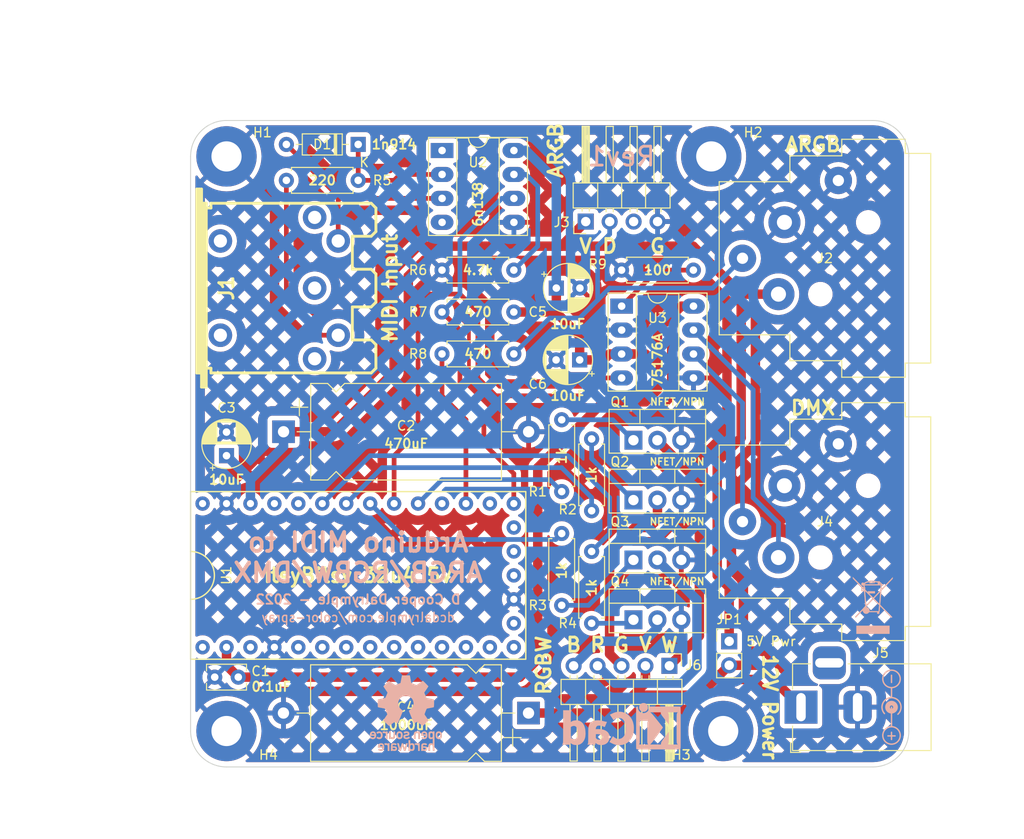
<source format=kicad_pcb>
(kicad_pcb (version 20211014) (generator pcbnew)
  (layers (0 "F.Cu" signal) (31 "B.Cu" signal) (34 "B.Paste" user) (35 "F.Paste" user) (36 "B.SilkS" user "B.Silkscreen") (37 "F.SilkS" user "F.Silkscreen") (38 "B.Mask" user) (39 "F.Mask" user) (44 "Edge.Cuts" user))
  (net 0 "")
  (net 1 "+5VD")
  (net 2 "GND")
  (net 3 "+5V")
  (net 4 "Net-(C4-Pad1)")
  (net 5 "Net-(U2-Pad2)")
  (net 6 "Net-(J1-Pad5)")
  (net 8 "Net-(J1-Pad4)")
  (net 11 "Net-(J2-Pad3)")
  (net 13 "Net-(J4-Pad2)")
  (net 14 "Net-(J4-Pad3)")
  (net 15 "Net-(J6-Pad3)")
  (net 16 "RGB_W")
  (net 17 "RGB_G")
  (net 18 "RGB_R")
  (net 19 "RGB_B")
  (net 20 "Net-(U2-Pad7)")
  (net 21 "MIDI_Rx")
  (net 22 "ARGB_D")
  (net 23 "Net-(U3-Pad1)")
  (net 41 "DMX_Tx")
  (net 47 "Net-(J6-Pad4)")
  (net 48 "Net-(J6-Pad5)")
  (net 49 "Net-(R1-Pad2)")
  (net 50 "Net-(R2-Pad2)")
  (net 51 "Net-(R3-Pad2)")
  (net 52 "Net-(R4-Pad2)")
  (net 53 "Net-(Q1-Pad2)")
  (footprint "Resistor_THT:R_Axial_DIN0207_L6.3mm_D2.5mm_P7.62mm_Horizontal" (layer "F.Cu") (at 144.79 80.635)
    (fp_text reference "R7" (at -2.54 0) (layer "F.SilkS"))
    (fp_text value "470")
    (pad "1" thru_hole circle (at 0 0) (size 1.6 1.6) (drill 0.8) (layers *.Cu *.Mask) (net 21 "MIDI_Rx"))
    (pad "2" thru_hole oval (at 7.62 0) (size 1.6 1.6) (drill 0.8) (layers *.Cu *.Mask) (net 1 "+5VD"))
  )
  (footprint "Resistor_THT:R_Axial_DIN0207_L6.3mm_D2.5mm_P7.62mm_Horizontal" (layer "F.Cu") (at 144.79 76.19)
    (fp_text reference "R6" (at -2.54 0) (layer "F.SilkS"))
    (fp_text value "4.7k")
    (pad "1" thru_hole circle (at 0 0) (size 1.6 1.6) (drill 0.8) (layers *.Cu *.Mask) (net 2 "GND"))
    (pad "2" thru_hole oval (at 7.62 0) (size 1.6 1.6) (drill 0.8) (layers *.Cu *.Mask) (net 20 "Net-(U2-Pad7)"))
  )
  (footprint "Connector_Audio:Jack_XLR_Neutrik_NC3FAAH2_Horizontal" (layer "F.Cu") (at 181.12 71.12)
    (fp_text reference "J2" (at 4.3 3.81) (layer "F.SilkS"))
    (fp_text value "ARGB_XLR3")
    (pad "" np_thru_hole circle (at 8.89 0) (size 1.6 1.6) (drill 1.6) (layers *.Cu *.Mask))
    (pad "" np_thru_hole circle (at 3.81 7.62) (size 1.6 1.6) (drill 1.6) (layers *.Cu *.Mask))
    (pad "1" thru_hole circle (at 0 0) (size 3.4 3.4) (drill 1.6) (layers *.Cu *.Mask) (net 2 "GND"))
    (pad "2" thru_hole circle (at -0.635 7.62) (size 3.4 3.4) (drill 1.6) (layers *.Cu *.Mask) (net 3 "+5V"))
    (pad "3" thru_hole circle (at -4.45 3.81) (size 2.9 2.9) (drill 1.2) (layers *.Cu *.Mask) (net 11 "Net-(J2-Pad3)"))
    (pad "G" thru_hole circle (at 5.72 -4.44) (size 2.9 2.9) (drill 1.2) (layers *.Cu *.Mask) (net 2 "GND"))
  )
  (footprint "Resistor_THT:R_Axial_DIN0207_L6.3mm_D2.5mm_P7.62mm_Horizontal" (layer "F.Cu") (at 157.49 99.685 90)
    (fp_text reference "R1" (at 0 -2.54 180) (layer "F.SilkS"))
    (fp_text value "1k")
    (pad "1" thru_hole circle (at 0 0 90) (size 1.6 1.6) (drill 0.8) (layers *.Cu *.Mask) (net 16 "RGB_W"))
    (pad "2" thru_hole oval (at 7.62 0 90) (size 1.6 1.6) (drill 0.8) (layers *.Cu *.Mask) (net 49 "Net-(R1-Pad2)"))
  )
  (footprint "Package_TO_SOT_THT:TO-220-3_Vertical" (layer "F.Cu") (at 165.1 106.934)
    (fp_text reference "Q3" (at -2.54 -4.064) (layer "F.SilkS") (effects (justify left)))
    (fp_text value "IRLB8721PBF")
    (pad "1" thru_hole rect (at 0 0) (size 1.905 2) (drill 1.1) (layers *.Cu *.Mask) (net 51 "Net-(R3-Pad2)"))
    (pad "2" thru_hole oval (at 2.54 0) (size 1.905 2) (drill 1.1) (layers *.Cu *.Mask) (net 47 "Net-(J6-Pad4)"))
    (pad "3" thru_hole oval (at 5.08 0) (size 1.905 2) (drill 1.1) (layers *.Cu *.Mask) (net 2 "GND"))
  )
  (footprint "Resistor_THT:R_Axial_DIN0207_L6.3mm_D2.5mm_P7.62mm_Horizontal" (layer "F.Cu") (at 160.665 101.717 90)
    (fp_text reference "R2" (at 0.127 -2.54 180) (layer "F.SilkS"))
    (fp_text value "1k")
    (pad "1" thru_hole circle (at 0 0 90) (size 1.6 1.6) (drill 0.8) (layers *.Cu *.Mask) (net 17 "RGB_G"))
    (pad "2" thru_hole oval (at 7.62 0 90) (size 1.6 1.6) (drill 0.8) (layers *.Cu *.Mask) (net 50 "Net-(R2-Pad2)"))
  )
  (footprint "Capacitor_THT:C_Rect_L4.0mm_W2.5mm_P2.50mm" (layer "F.Cu") (at 123.18 119.37 180)
    (fp_text reference "C1" (at -1.29 0.635) (layer "F.SilkS") (effects (justify left)))
    (fp_text value "0.1uF")
    (pad "1" thru_hole circle (at 0 0 180) (size 1.6 1.6) (drill 0.8) (layers *.Cu *.Mask) (net 1 "+5VD"))
    (pad "2" thru_hole circle (at 2.5 0 180) (size 1.6 1.6) (drill 0.8) (layers *.Cu *.Mask) (net 2 "GND"))
  )
  (footprint "MountingHole:MountingHole_3.2mm_M3_Pad" (layer "F.Cu") (at 174.625 125.085)
    (fp_text reference "H3" (at -4.445 2.54) (layer "F.SilkS"))
    (fp_text value "Mount")
    (pad "1" thru_hole circle (at 0 0) (size 6.4 6.4) (drill 3.2) (layers *.Cu *.Mask) (net 2 "GND"))
  )
  (footprint "MountingHole:MountingHole_3.2mm_M3_Pad" (layer "F.Cu") (at 121.93 64.125)
    (fp_text reference "H1" (at 3.81 -2.54) (layer "F.SilkS"))
    (fp_text value "Mount")
    (pad "1" thru_hole circle (at 0 0) (size 6.4 6.4) (drill 3.2) (layers *.Cu *.Mask) (net 2 "GND"))
  )
  (footprint "w_conn_av:din-5" (layer "F.Cu") (at 128.28 78.095 -90)
    (fp_text reference "J1" (at 0 6.35 90) (layer "F.SilkS") (effects (font (size 1.5 1.5) (thickness 0.3))))
    (fp_text value "MIDI Input" (at 0 -11 90) (layer "F.SilkS") (effects (font (size 1.5 1.5) (thickness 0.3))))
    (pad "1" thru_hole circle locked (at 7.5 -3 270) (size 2.5 2.5) (drill 1.4) (layers *.Cu *.Mask))
    (pad "2" thru_hole circle locked (at 0 -3 270) (size 2.5 2.5) (drill 1.4) (layers *.Cu *.Mask))
    (pad "3" thru_hole circle locked (at -7.5 -3 270) (size 2.5 2.5) (drill 1.4) (layers *.Cu *.Mask))
    (pad "4" thru_hole circle locked (at 5 -5.5 270) (size 2.5 2.5) (drill 1.4) (layers *.Cu *.Mask) (net 8 "Net-(J1-Pad4)"))
    (pad "5" thru_hole circle locked (at -5 -5.5 270) (size 2.5 2.5) (drill 1.4) (layers *.Cu *.Mask) (net 6 "Net-(J1-Pad5)"))
    (pad "6" thru_hole circle locked (at -5 7 270) (size 2.5 2.5) (drill 1.4) (layers *.Cu *.Mask))
    (pad "6" thru_hole circle locked (at 5 7 270) (size 2.5 2.5) (drill 1.4) (layers *.Cu *.Mask))
  )
  (footprint "Package_DIP:DIP-8_W7.62mm_Socket_LongPads" (layer "F.Cu") (at 163.85 80.01)
    (fp_text reference "U3" (at 3.8 1.26) (layer "F.SilkS"))
    (fp_text value "SN75176AP")
    (pad "1" thru_hole rect (at 0 0) (size 2.4 1.6) (drill 0.8) (layers *.Cu *.Mask) (net 23 "Net-(U3-Pad1)"))
    (pad "2" thru_hole oval (at 0 2.54) (size 2.4 1.6) (drill 0.8) (layers *.Cu *.Mask) (net 2 "GND"))
    (pad "3" thru_hole oval (at 0 5.08) (size 2.4 1.6) (drill 0.8) (layers *.Cu *.Mask) (net 1 "+5VD"))
    (pad "4" thru_hole oval (at 0 7.62) (size 2.4 1.6) (drill 0.8) (layers *.Cu *.Mask) (net 41 "DMX_Tx"))
    (pad "5" thru_hole oval (at 7.62 7.62) (size 2.4 1.6) (drill 0.8) (layers *.Cu *.Mask) (net 2 "GND"))
    (pad "6" thru_hole oval (at 7.62 5.08) (size 2.4 1.6) (drill 0.8) (layers *.Cu *.Mask) (net 14 "Net-(J4-Pad3)"))
    (pad "7" thru_hole oval (at 7.62 2.54) (size 2.4 1.6) (drill 0.8) (layers *.Cu *.Mask) (net 13 "Net-(J4-Pad2)"))
    (pad "8" thru_hole oval (at 7.62 0) (size 2.4 1.6) (drill 0.8) (layers *.Cu *.Mask) (net 1 "+5VD"))
  )
  (footprint "Resistor_THT:R_Axial_DIN0207_L6.3mm_D2.5mm_P7.62mm_Horizontal" (layer "F.Cu") (at 152.41 85.08 180)
    (fp_text reference "R8" (at 10.16 0) (layer "F.SilkS"))
    (fp_text value "470")
    (pad "1" thru_hole circle (at 0 0 180) (size 1.6 1.6) (drill 0.8) (layers *.Cu *.Mask) (net 11 "Net-(J2-Pad3)"))
    (pad "2" thru_hole oval (at 7.62 0 180) (size 1.6 1.6) (drill 0.8) (layers *.Cu *.Mask) (net 22 "ARGB_D"))
  )
  (footprint "Package_TO_SOT_THT:TO-220-3_Vertical" (layer "F.Cu") (at 165.1 100.584)
    (fp_text reference "Q2" (at -2.54 -4.064) (layer "F.SilkS") (effects (justify left)))
    (fp_text value "IRLB8721PBF")
    (pad "1" thru_hole rect (at 0 0) (size 1.905 2) (drill 1.1) (layers *.Cu *.Mask) (net 50 "Net-(R2-Pad2)"))
    (pad "2" thru_hole oval (at 2.54 0) (size 1.905 2) (drill 1.1) (layers *.Cu *.Mask) (net 15 "Net-(J6-Pad3)"))
    (pad "3" thru_hole oval (at 5.08 0) (size 1.905 2) (drill 1.1) (layers *.Cu *.Mask) (net 2 "GND"))
  )
  (footprint "MountingHole:MountingHole_3.2mm_M3_Pad" (layer "F.Cu") (at 173.355 64.125)
    (fp_text reference "H2" (at 4.445 -2.54) (layer "F.SilkS"))
    (fp_text value "Mount")
    (pad "1" thru_hole circle (at 0 0) (size 6.4 6.4) (drill 3.2) (layers *.Cu *.Mask) (net 2 "GND"))
  )
  (footprint "Connector_PinHeader_2.54mm:PinHeader_1x04_P2.54mm_Horizontal" (layer "F.Cu") (at 160.04 71.04 90)
    (fp_text reference "J3" (at -0.07 -2.55 180) (layer "F.SilkS"))
    (fp_text value "ARGB")
    (pad "1" thru_hole rect (at 0 0 90) (size 1.7 1.7) (drill 1) (layers *.Cu *.Mask) (net 3 "+5V"))
    (pad "2" thru_hole oval (at 0 2.54 90) (size 1.7 1.7) (drill 1) (layers *.Cu *.Mask) (net 11 "Net-(J2-Pad3)"))
    (pad "3" thru_hole oval (at 0 5.08 90) (size 1.7 1.7) (drill 1) (layers *.Cu *.Mask))
    (pad "4" thru_hole oval (at 0 7.62 90) (size 1.7 1.7) (drill 1) (layers *.Cu *.Mask) (net 2 "GND"))
  )
  (footprint "Package_DIP:DIP-8_W7.62mm_Socket_LongPads" (layer "F.Cu") (at 144.8 63.5)
    (fp_text reference "U2" (at 3.81 1.26) (layer "F.SilkS"))
    (fp_text value "6N138")
    (pad "1" thru_hole rect (at 0 0) (size 2.4 1.6) (drill 0.8) (layers *.Cu *.Mask))
    (pad "2" thru_hole oval (at 0 2.54) (size 2.4 1.6) (drill 0.8) (layers *.Cu *.Mask) (net 5 "Net-(U2-Pad2)"))
    (pad "3" thru_hole oval (at 0 5.08) (size 2.4 1.6) (drill 0.8) (layers *.Cu *.Mask) (net 6 "Net-(J1-Pad5)"))
    (pad "4" thru_hole oval (at 0 7.62) (size 2.4 1.6) (drill 0.8) (layers *.Cu *.Mask))
    (pad "5" thru_hole oval (at 7.62 7.62) (size 2.4 1.6) (drill 0.8) (layers *.Cu *.Mask) (net 2 "GND"))
    (pad "6" thru_hole oval (at 7.62 5.08) (size 2.4 1.6) (drill 0.8) (layers *.Cu *.Mask) (net 21 "MIDI_Rx"))
    (pad "7" thru_hole oval (at 7.62 2.54) (size 2.4 1.6) (drill 0.8) (layers *.Cu *.Mask) (net 20 "Net-(U2-Pad7)"))
    (pad "8" thru_hole oval (at 7.62 0) (size 2.4 1.6) (drill 0.8) (layers *.Cu *.Mask) (net 1 "+5VD"))
  )
  (footprint "Resistor_THT:R_Axial_DIN0207_L6.3mm_D2.5mm_P7.62mm_Horizontal" (layer "F.Cu") (at 160.665 106.035 -90)
    (fp_text reference "R4" (at 7.62 2.54 180) (layer "F.SilkS"))
    (fp_text value "1k")
    (pad "1" thru_hole circle (at 0 0 270) (size 1.6 1.6) (drill 0.8) (layers *.Cu *.Mask) (net 19 "RGB_B"))
    (pad "2" thru_hole oval (at 7.62 0 270) (size 1.6 1.6) (drill 0.8) (layers *.Cu *.Mask) (net 52 "Net-(R4-Pad2)"))
  )
  (footprint "Capacitor_THT:CP_Axial_L20.0mm_D10.0mm_P26.00mm_Horizontal" (layer "F.Cu") (at 153.97 123.18 180)
    (fp_text reference "C4" (at 13 0.635) (layer "F.SilkS"))
    (fp_text value "1000uF")
    (pad "1" thru_hole rect (at 0 0 180) (size 2.4 2.4) (drill 1.2) (layers *.Cu *.Mask) (net 4 "Net-(C4-Pad1)"))
    (pad "2" thru_hole oval (at 26 0 180) (size 2.4 2.4) (drill 1.2) (layers *.Cu *.Mask) (net 2 "GND"))
  )
  (footprint "Capacitor_THT:CP_Axial_L20.0mm_D10.0mm_P26.00mm_Horizontal" (layer "F.Cu") (at 127.98 93.335)
    (fp_text reference "C2" (at 13 -0.635) (layer "F.SilkS"))
    (fp_text value "470uF")
    (pad "1" thru_hole rect (at 0 0) (size 2.4 2.4) (drill 1.2) (layers *.Cu *.Mask) (net 3 "+5V"))
    (pad "2" thru_hole oval (at 26 0) (size 2.4 2.4) (drill 1.2) (layers *.Cu *.Mask) (net 2 "GND"))
  )
  (footprint "Diode_THT:D_DO-35_SOD27_P7.62mm_Horizontal" (layer "F.Cu") (at 135.9 62.855 180)
    (fp_text reference "D1" (at 3.81 0) (layer "F.SilkS"))
    (fp_text value "1N914")
    (fp_text user "K" (at -0.635 -1.905) (layer "F.SilkS"))
    (pad "1" thru_hole rect (at 0 0 180) (size 1.6 1.6) (drill 0.8) (layers *.Cu *.Mask) (net 5 "Net-(U2-Pad2)"))
    (pad "2" thru_hole oval (at 7.62 0 180) (size 1.6 1.6) (drill 0.8) (layers *.Cu *.Mask) (net 6 "Net-(J1-Pad5)"))
  )
  (footprint "Connector_PinHeader_2.54mm:PinHeader_1x05_P2.54mm_Horizontal" (layer "F.Cu") (at 168.915 118.17 -90)
    (fp_text reference "J6" (at -0.07 -2.545 180) (layer "F.SilkS"))
    (fp_text value "RGBW")
    (pad "1" thru_hole rect (at 0 0 270) (size 1.7 1.7) (drill 1) (layers *.Cu *.Mask) (net 53 "Net-(Q1-Pad2)"))
    (pad "2" thru_hole oval (at 0 2.54 270) (size 1.7 1.7) (drill 1) (layers *.Cu *.Mask) (net 4 "Net-(C4-Pad1)"))
    (pad "3" thru_hole oval (at 0 5.08 270) (size 1.7 1.7) (drill 1) (layers *.Cu *.Mask) (net 15 "Net-(J6-Pad3)"))
    (pad "4" thru_hole oval (at 0 7.62 270) (size 1.7 1.7) (drill 1) (layers *.Cu *.Mask) (net 47 "Net-(J6-Pad4)"))
    (pad "5" thru_hole oval (at 0 10.16 270) (size 1.7 1.7) (drill 1) (layers *.Cu *.Mask) (net 48 "Net-(J6-Pad5)"))
  )
  (footprint "Connector_PinHeader_2.54mm:PinHeader_1x02_P2.54mm_Vertical" (layer "F.Cu") (at 175.26 115.57)
    (fp_text reference "JP1" (at 0 -2.33) (layer "F.SilkS"))
    (fp_text value "Jumper_2_Open")
    (pad "1" thru_hole rect (at 0 0) (size 1.7 1.7) (drill 1) (layers *.Cu *.Mask) (net 3 "+5V"))
    (pad "2" thru_hole oval (at 0 2.54) (size 1.7 1.7) (drill 1) (layers *.Cu *.Mask) (net 4 "Net-(C4-Pad1)"))
  )
  (footprint "Resistor_THT:R_Axial_DIN0207_L6.3mm_D2.5mm_P7.62mm_Horizontal" (layer "F.Cu") (at 163.84 76.19)
    (fp_text reference "R9" (at -2.54 -0.635) (layer "F.SilkS"))
    (fp_text value "100")
    (pad "1" thru_hole circle (at 0 0) (size 1.6 1.6) (drill 0.8) (layers *.Cu *.Mask) (net 2 "GND"))
    (pad "2" thru_hole oval (at 7.62 0) (size 1.6 1.6) (drill 0.8) (layers *.Cu *.Mask) (net 23 "Net-(U3-Pad1)"))
  )
  (footprint "Connector_Audio:Jack_XLR_Neutrik_NC3FAAH2_Horizontal" (layer "F.Cu") (at 181.12 99.06)
    (fp_text reference "J4" (at 4.3 3.81) (layer "F.SilkS"))
    (fp_text value "DMX_XLR3")
    (pad "" np_thru_hole circle (at 8.89 0) (size 1.6 1.6) (drill 1.6) (layers *.Cu *.Mask))
    (pad "" np_thru_hole circle (at 3.81 7.62) (size 1.6 1.6) (drill 1.6) (layers *.Cu *.Mask))
    (pad "1" thru_hole circle (at 0 0) (size 3.4 3.4) (drill 1.6) (layers *.Cu *.Mask) (net 2 "GND"))
    (pad "2" thru_hole circle (at -0.635 7.62) (size 3.4 3.4) (drill 1.6) (layers *.Cu *.Mask) (net 13 "Net-(J4-Pad2)"))
    (pad "3" thru_hole circle (at -4.45 3.81) (size 2.9 2.9) (drill 1.2) (layers *.Cu *.Mask) (net 14 "Net-(J4-Pad3)"))
    (pad "G" thru_hole circle (at 5.72 -4.44) (size 2.9 2.9) (drill 1.2) (layers *.Cu *.Mask) (net 2 "GND"))
  )
  (footprint "Connector_BarrelJack:BarrelJack_Horizontal" (layer "F.Cu") (at 182.88 122.555 180)
    (fp_text reference "J5" (at -8.45 5.75) (layer "F.SilkS"))
    (fp_text value "External RGBW Power")
    (pad "1" thru_hole rect (at 0 0 180) (size 3.5 3.5) (drill oval 1 3) (layers *.Cu *.Mask) (net 4 "Net-(C4-Pad1)"))
    (pad "2" thru_hole roundrect (at -6 0 180) (size 3 3.5) (drill oval 1 3) (layers *.Cu *.Mask) (net 2 "GND"))
    (pad "3" thru_hole roundrect (at -3 4.7 180) (size 3.5 3.5) (drill oval 3 1) (layers *.Cu *.Mask))
  )
  (footprint "Capacitor_THT:CP_Radial_D5.0mm_P2.50mm" (layer "F.Cu") (at 121.93 95.875 90)
    (fp_text reference "C3" (at 5.08 0 180) (layer "F.SilkS"))
    (fp_text value "10uF")
    (pad "1" thru_hole rect (at 0 0 90) (size 1.6 1.6) (drill 0.8) (layers *.Cu *.Mask) (net 3 "+5V"))
    (pad "2" thru_hole circle (at 2.5 0 90) (size 1.6 1.6) (drill 0.8) (layers *.Cu *.Mask) (net 2 "GND"))
  )
  (footprint "MountingHole:MountingHole_3.2mm_M3_Pad" (layer "F.Cu") (at 121.93 125.085)
    (fp_text reference "H4" (at 4.445 2.54) (layer "F.SilkS"))
    (fp_text value "Mount")
    (pad "1" thru_hole circle (at 0 0) (size 6.4 6.4) (drill 3.2) (layers *.Cu *.Mask) (net 2 "GND"))
  )
  (footprint "Capacitor_THT:CP_Radial_D5.0mm_P2.50mm" (layer "F.Cu") (at 159.395 85.715 180)
    (fp_text reference "C6" (at 4.445 -2.54) (layer "F.SilkS"))
    (fp_text value "10uF")
    (pad "1" thru_hole rect (at 0 0 180) (size 1.6 1.6) (drill 0.8) (layers *.Cu *.Mask) (net 1 "+5VD"))
    (pad "2" thru_hole circle (at 2.5 0 180) (size 1.6 1.6) (drill 0.8) (layers *.Cu *.Mask) (net 2 "GND"))
  )
  (footprint "Resistor_THT:R_Axial_DIN0207_L6.3mm_D2.5mm_P7.62mm_Horizontal" (layer "F.Cu") (at 157.49 104.13 -90)
    (fp_text reference "R3" (at 7.62 2.54 180) (layer "F.SilkS"))
    (fp_text value "1k")
    (pad "1" thru_hole circle (at 0 0 270) (size 1.6 1.6) (drill 0.8) (layers *.Cu *.Mask) (net 18 "RGB_R"))
    (pad "2" thru_hole oval (at 7.62 0 270) (size 1.6 1.6) (drill 0.8) (layers *.Cu *.Mask) (net 51 "Net-(R3-Pad2)"))
  )
  (footprint "Package_TO_SOT_THT:TO-220-3_Vertical" (layer "F.Cu") (at 165.1 113.284)
    (fp_text reference "Q4" (at -2.54 -4.064) (layer "F.SilkS") (effects (justify left)))
    (fp_text value "IRLB8721PBF")
    (pad "1" thru_hole rect (at 0 0) (size 1.905 2) (drill 1.1) (layers *.Cu *.Mask) (net 52 "Net-(R4-Pad2)"))
    (pad "2" thru_hole oval (at 2.54 0) (size 1.905 2) (drill 1.1) (layers *.Cu *.Mask) (net 48 "Net-(J6-Pad5)"))
    (pad "3" thru_hole oval (at 5.08 0) (size 1.905 2) (drill 1.1) (layers *.Cu *.Mask) (net 2 "GND"))
  )
  (footprint "Capacitor_THT:CP_Radial_D5.0mm_P2.50mm" (layer "F.Cu") (at 156.919887 78.095)
    (fp_text reference "C5" (at -1.969887 2.54) (layer "F.SilkS"))
    (fp_text value "10uF")
    (pad "1" thru_hole rect (at 0 0) (size 1.6 1.6) (drill 0.8) (layers *.Cu *.Mask) (net 1 "+5VD"))
    (pad "2" thru_hole circle (at 2.5 0) (size 1.6 1.6) (drill 0.8) (layers *.Cu *.Mask) (net 2 "GND"))
  )
  (footprint "Package_TO_SOT_THT:TO-220-3_Vertical" (layer "F.Cu") (at 165.1 94.234)
    (fp_text reference "Q1" (at -2.54 -4.064) (layer "F.SilkS") (effects (justify left)))
    (fp_text value "IRLB8721PBF")
    (pad "1" thru_hole rect (at 0 0) (size 1.905 2) (drill 1.1) (layers *.Cu *.Mask) (net 49 "Net-(R1-Pad2)"))
    (pad "2" thru_hole oval (at 2.54 0) (size 1.905 2) (drill 1.1) (layers *.Cu *.Mask) (net 53 "Net-(Q1-Pad2)"))
    (pad "3" thru_hole oval (at 5.08 0) (size 1.905 2) (drill 1.1) (layers *.Cu *.Mask) (net 2 "GND"))
  )
  (footprint "Resistor_THT:R_Axial_DIN0207_L6.3mm_D2.5mm_P7.62mm_Horizontal" (layer "F.Cu") (at 128.28 66.665)
    (fp_text reference "R5" (at 10.16 0) (layer "F.SilkS"))
    (fp_text value "220")
    (pad "1" thru_hole circle (at 0 0) (size 1.6 1.6) (drill 0.8) (layers *.Cu *.Mask) (net 8 "Net-(J1-Pad4)"))
    (pad "2" thru_hole oval (at 7.62 0) (size 1.6 1.6) (drill 0.8) (layers *.Cu *.Mask) (net 5 "Net-(U2-Pad2)"))
  )
  (footprint "itsybitsy-32u4-5v:ItsyBitsy_32u4" (layer "F.Cu") (at 135.9 108.575)
    (fp_text reference "U1" (at -13.97 0 90 unlocked) (layer "F.SilkS"))
    (fp_text value "ItsyBitsy-32u4-5V")
    (pad "1" thru_hole circle (at -16.51 7.62) (size 1.524 1.524) (drill 0.762) (layers *.Cu *.Mask))
    (pad "2" thru_hole circle (at -13.97 7.62) (size 1.524 1.524) (drill 0.762) (layers *.Cu *.Mask) (net 1 "+5VD"))
    (pad "3" thru_hole circle (at -11.43 7.62) (size 1.524 1.524) (drill 0.762) (layers *.Cu *.Mask))
    (pad "4" thru_hole circle (at -8.89 7.62) (size 1.524 1.524) (drill 0.762) (layers *.Cu *.Mask) (net 2 "GND"))
    (pad "5" thru_hole circle (at -6.35 7.62) (size 1.524 1.524) (drill 0.762) (layers *.Cu *.Mask))
    (pad "6" thru_hole circle (at -3.81 7.62) (size 1.524 1.524) (drill 0.762) (layers *.Cu *.Mask))
    (pad "7" thru_hole circle (at -1.27 7.62) (size 1.524 1.524) (drill 0.762) (layers *.Cu *.Mask))
    (pad "8" thru_hole circle (at 1.27 7.62) (size 1.524 1.524) (drill 0.762) (layers *.Cu *.Mask))
    (pad "9" thru_hole circle (at 3.81 7.62) (size 1.524 1.524) (drill 0.762) (layers *.Cu *.Mask))
    (pad "10" thru_hole circle (at 6.35 7.62) (size 1.524 1.524) (drill 0.762) (layers *.Cu *.Mask))
    (pad "11" thru_hole circle (at 8.89 7.62) (size 1.524 1.524) (drill 0.762) (layers *.Cu *.Mask))
    (pad "12" thru_hole circle (at 11.43 7.62) (size 1.524 1.524) (drill 0.762) (layers *.Cu *.Mask))
    (pad "13" thru_hole circle (at 13.97 7.62) (size 1.524 1.524) (drill 0.762) (layers *.Cu *.Mask))
    (pad "14" thru_hole circle (at 16.51 7.62) (size 1.524 1.524) (drill 0.762) (layers *.Cu *.Mask))
    (pad "15" thru_hole circle (at 16.51 5.08) (size 1.524 1.524) (drill 0.762) (layers *.Cu *.Mask))
    (pad "16" thru_hole circle (at 16.51 2.54) (size 1.524 1.524) (drill 0.762) (layers *.Cu *.Mask) (net 2 "GND"))
    (pad "17" thru_hole circle (at 16.51 0) (size 1.524 1.524) (drill 0.762) (layers *.Cu *.Mask))
    (pad "18" thru_hole circle (at 16.51 -2.54) (size 1.524 1.524) (drill 0.762) (layers *.Cu *.Mask))
    (pad "19" thru_hole circle (at 16.51 -5.08) (size 1.524 1.524) (drill 0.762) (layers *.Cu *.Mask))
    (pad "20" thru_hole circle (at 16.51 -7.62) (size 1.524 1.524) (drill 0.762) (layers *.Cu *.Mask) (net 21 "MIDI_Rx"))
    (pad "21" thru_hole circle (at 13.97 -7.62) (size 1.524 1.524) (drill 0.762) (layers *.Cu *.Mask))
    (pad "22" thru_hole circle (at 11.43 -7.62) (size 1.524 1.524) (drill 0.762) (layers *.Cu *.Mask) (net 22 "ARGB_D"))
    (pad "23" thru_hole circle (at 8.89 -7.62) (size 1.524 1.524) (drill 0.762) (layers *.Cu *.Mask))
    (pad "24" thru_hole circle (at 6.35 -7.62) (size 1.524 1.524) (drill 0.762) (layers *.Cu *.Mask) (net 16 "RGB_W"))
    (pad "25" thru_hole circle (at 3.81 -7.62) (size 1.524 1.524) (drill 0.762) (layers *.Cu *.Mask) (net 41 "DMX_Tx"))
    (pad "26" thru_hole circle (at 1.27 -7.62) (size 1.524 1.524) (drill 0.762) (layers *.Cu *.Mask) (net 18 "RGB_R"))
    (pad "27" thru_hole circle (at -1.27 -7.62) (size 1.524 1.524) (drill 0.762) (layers *.Cu *.Mask) (net 17 "RGB_G"))
    (pad "28" thru_hole circle (at -3.81 -7.62) (size 1.524 1.524) (drill 0.762) (layers *.Cu *.Mask) (net 19 "RGB_B"))
    (pad "29" thru_hole circle (at -6.35 -7.62) (size 1.524 1.524) (drill 0.762) (layers *.Cu *.Mask))
    (pad "30" thru_hole circle (at -8.89 -7.62) (size 1.524 1.524) (drill 0.762) (layers *.Cu *.Mask))
    (pad "31" thru_hole circle (at -11.43 -7.62) (size 1.524 1.524) (drill 0.762) (layers *.Cu *.Mask) (net 3 "+5V"))
    (pad "32" thru_hole circle (at -13.97 -7.62) (size 1.524 1.524) (drill 0.762) (layers *.Cu *.Mask) (net 2 "GND"))
    (pad "33" thru_hole circle (at -16.51 -7.62) (size 1.524 1.524) (drill 0.762) (layers *.Cu *.Mask))
  )
  (footprint "Symbol:WEEE-Logo_4.2x6mm_SilkScreen" (layer "B.Cu") (at 190.5 111.76 180)
    (fp_text reference "REF**" hide)
    (fp_text value "WEEE-Logo_4.2x6mm_SilkScreen" hide)
  )
  (footprint "Symbol:Symbol_Barrel_Polarity" (layer "B.Cu") (at 192.405 122.555 -90)
    (fp_text reference "REF**" hide)
    (fp_text value "Symbol_Barrel_Polarity")
  )
  (footprint "Symbol:KiCad-Logo_5mm_SilkScreen" (layer "B.Cu") (at 163.83 125.095 180)
    (fp_text reference "REF**" hide)
    (fp_text value "KiCad-Logo_5mm_SilkScreen" hide)
  )
  (footprint "Symbol:OSHW-Logo_7.5x8mm_SilkScreen" (layer "B.Cu") (at 140.97 123.19 180)
    (fp_text reference "REF**" hide)
    (fp_text value "OSHW-Logo_7.5x8mm_SilkScreen" hide)
  )
  (gr_line (start 118.12 64.125) (end 118.12 125.085) (layer "Edge.Cuts") (width 0.1))
  (gr_arc (start 194.32 125.085) (mid 193.204077 127.779077) (end 190.51 128.895) (layer "Edge.Cuts") (width 0.1))
  (gr_arc (start 121.93 128.895) (mid 119.235923 127.779077) (end 118.12 125.085) (layer "Edge.Cuts") (width 0.1))
  (gr_arc (start 118.12 64.125) (mid 119.235923 61.430923) (end 121.93 60.315) (layer "Edge.Cuts") (width 0.1))
  (gr_line (start 121.93 128.895) (end 190.51 128.895) (layer "Edge.Cuts") (width 0.1))
  (gr_line (start 194.31 125.085) (end 194.31 64.125) (layer "Edge.Cuts") (width 0.1))
  (gr_line (start 190.51 60.315) (end 121.93 60.315) (layer "Edge.Cuts") (width 0.1))
  (gr_arc (start 190.51 60.315) (mid 193.204077 61.430923) (end 194.32 64.125) (layer "Edge.Cuts") (width 0.1))
  (gr_text "-" (at 192.405 119.555 90) (layer "B.SilkS") (effects (font (size 1 1)) (justify mirror)))
  (gr_text "Arduino MIDI to\nARGB/RGBW/DMX" (at 135.89 106.68) (layer "B.SilkS") (effects (font (size 2 2) (thickness 0.4)) (justify mirror)))
  (gr_text "D Cooper Dalrymple - 2022" (at 135.89 111.125) (layer "B.SilkS") (effects (font (size 1 1) (thickness 0.2)) (justify mirror)))
  (gr_text "+" (at 192.405 125.603 90) (layer "B.SilkS") (effects (font (size 1 1)) (justify mirror)))
  (gr_text "dcdalrymple.com/color-spray" (at 135.89 113.03) (layer "B.SilkS") (effects (font (size 1 0.9)) (justify mirror)))
  (gr_text "Rev1" (at 163.83 64.135) (layer "B.SilkS") (effects (font (size 2 2) (thickness 0.3)) (justify mirror)))
  (gr_text "1k" (at 157.49 95.875 90) (layer "F.SilkS") (effects (font (size 1 1) (thickness 0.2))))
  (gr_text "R" (at 161.3 115.941) (layer "F.SilkS") (effects (font (size 1.5 1.5) (thickness 0.3))))
  (gr_text "1n914" (at 139.71 62.855) (layer "F.SilkS") (effects (font (size 1 1) (thickness 0.2))))
  (gr_text "B" (at 158.76 115.941) (layer "F.SilkS") (effects (font (size 1.5 1.5) (thickness 0.3))))
  (gr_text "V" (at 160.03 73.65) (layer "F.SilkS") (effects (font (size 1.5 1.5) (thickness 0.3))))
  (gr_text "0.1uF" (at 124.47 120.3875) (layer "F.SilkS") (effects (font (size 1 1) (thickness 0.2)) (justify left)))
  (gr_text "1k" (at 160.665 109.845 90) (layer "F.SilkS") (effects (font (size 1 1) (thickness 0.2))))
  (gr_text "ARGB" (at 156.845 63.5 90) (layer "F.SilkS") (effects (font (size 1.5 1.5) (thickness 0.3))))
  (gr_text "ItsyBitsy 32u4 5V" (at 135.9 108.575) (layer "F.SilkS") (effects (font (size 1.5 1.5) (thickness 0.3))))
  (gr_text "ARGB" (at 184.15 62.865) (layer "F.SilkS") (effects (font (size 1.5 1.5) (thickness 0.3))))
  (gr_text "10uF" (at 158.125 81.905) (layer "F.SilkS") (effects (font (size 1 1) (thickness 0.2))))
  (gr_text "10uF" (at 158.145 89.525) (layer "F.SilkS") (effects (font (size 1 1) (thickness 0.2))))
  (gr_text "470" (at 148.607588 80.627151) (layer "F.SilkS") (effects (font (size 1 1) (thickness 0.2))))
  (gr_text "1k" (at 157.49 108.067 90) (layer "F.SilkS") (effects (font (size 1 1) (thickness 0.2))))
  (gr_text "DMX" (at 184.15 90.805) (layer "F.SilkS") (effects (font (size 1.5 1.5) (thickness 0.3))))
  (gr_text "5V Pwr" (at 179.705 115.57) (layer "F.SilkS") (effects (font (size 1 1))))
  (gr_text "D" (at 162.57 73.65) (layer "F.SilkS") (effects (font (size 1.5 1.5) (thickness 0.3))))
  (gr_text "W" (at 168.92 115.941) (layer "F.SilkS") (effects (font (size 1.5 1.5) (thickness 0.3))))
  (gr_text "6n138" (at 148.6 69.205 90) (layer "F.SilkS") (effects (font (size 1 1) (thickness 0.2))))
  (gr_text "100" (at 167.65 76.19) (layer "F.SilkS") (effects (font (size 1 1) (thickness 0.2))))
  (gr_text "470" (at 148.6 85.08) (layer "F.SilkS") (effects (font (size 1 1) (thickness 0.2))))
  (gr_text "RGBW" (at 155.575 118.11 90) (layer "F.SilkS") (effects (font (size 1.5 1.5) (thickness 0.3))))
  (gr_text "G" (at 163.84 115.941) (layer "F.SilkS") (effects (font (size 1.5 1.5) (thickness 0.3))))
  (gr_text "1000uF" (at 140.98 124.45) (layer "F.SilkS") (effects (font (size 1 1) (thickness 0.2))))
  (gr_text "75176A" (at 167.65 85.715 90) (layer "F.SilkS") (effects (font (size 1 1) (thickness 0.2))))
  (gr_text "10uF" (at 121.93 98.415) (layer "F.SilkS") (effects (font (size 1 1) (thickness 0.2))))
  (gr_text "470uF" (at 140.98 94.605) (layer "F.SilkS") (effects (font (size 1 1) (thickness 0.2))))
  (gr_text "220" (at 132.09 66.665) (layer "F.SilkS") (effects (font (size 1 1) (thickness 0.2))))
  (gr_text "V" (at 166.38 115.941) (layer "F.SilkS") (effects (font (size 1.5 1.5) (thickness 0.3))))
  (gr_text "4.7k" (at 148.6 76.19) (layer "F.SilkS") (effects (font (size 1 1) (thickness 0.2))))
  (gr_text "NFET/NPN" (at 172.72 109.22) (layer "F.SilkS") (effects (font (size 0.75 0.75)) (justify right)))
  (gr_text "NFET/NPN" (at 172.77 90.16) (layer "F.SilkS") (effects (font (size 0.75 0.75)) (justify right)))
  (gr_text "G" (at 167.65 73.65) (layer "F.SilkS") (effects (font (size 1.5 1.5) (thickness 0.3))))
  (gr_text "NFET/NPN" (at 172.72 96.52) (layer "F.SilkS") (effects (font (size 0.75 0.75)) (justify right)))
  (gr_text "NFET/NPN" (at 172.72 102.87) (layer "F.SilkS") (effects (font (size 0.75 0.75)) (justify right)))
  (gr_text "1k" (at 160.665 97.907 90) (layer "F.SilkS") (effects (font (size 1 1) (thickness 0.2))))
  (gr_text "12V Power" (at 179.578 122.555 270) (layer "F.SilkS") (effects (font (size 1.5 1.4) (thickness 0.3))))
  (segment (start 152.42 63.5) (end 152.43 63.49) (width 1) (layer "F.Cu") (net 1))
  (segment (start 167.65 86.35) (end 166.39 85.09) (width 1) (layer "F.Cu") (net 1))
  (segment (start 167.65 88.89) (end 167.65 86.35) (width 1) (layer "F.Cu") (net 1))
  (segment (start 163.85 85.09) (end 162.56 85.09) (width 1) (layer "F.Cu") (net 1))
  (segment (start 167.65 82.54) (end 170.18 80.01) (width 1) (layer "F.Cu") (net 1))
  (segment (start 156.855 80.635) (end 156.919887 80.699887) (width 1) (layer "F.Cu") (net 1))
  (segment (start 161.935 90.16) (end 166.38 90.16) (width 1) (layer "F.Cu") (net 1))
  (segment (start 159.395 83.175) (end 156.919887 80.699887) (width 1) (layer "F.Cu") (net 1))
  (segment (start 167.65 86.35) (end 167.65 82.54) (width 1) (layer "F.Cu") (net 1))
  (segment (start 162.56 85.09) (end 161.935 85.715) (width 1) (layer "F.Cu") (net 1))
  (segment (start 153.045 119.37) (end 154.95 117.465) (width 1) (layer "F.Cu") (net 1))
  (segment (start 159.395 85.715) (end 159.395 83.175) (width 1) (layer "F.Cu") (net 1))
  (segment (start 166.38 90.16) (end 167.65 88.89) (width 1) (layer "F.Cu") (net 1))
  (segment (start 170.18 80.01) (end 171.47 80.01) (width 1) (layer "F.Cu") (net 1))
  (segment (start 121.93 118.12) (end 123.18 119.37) (width 1) (layer "F.Cu") (net 1))
  (segment (start 152.41 80.635) (end 156.855 80.635) (width 1) (layer "F.Cu") (net 1))
  (segment (start 154.95 97.145) (end 161.935 90.16) (width 1) (layer "F.Cu") (net 1))
  (segment (start 163.85 85.09) (end 165.1 85.09) (width 1) (layer "F.Cu") (net 1))
  (segment (start 166.39 85.09) (end 163.85 85.09) (width 1) (layer "F.Cu") (net 1))
  (segment (start 123.18 119.37) (end 153.045 119.37) (width 1) (layer "F.Cu") (net 1))
  (segment (start 121.93 116.195) (end 121.93 118.12) (width 1) (layer "F.Cu") (net 1))
  (segment (start 156.919887 80.699887) (end 156.919887 78.095) (width 1) (layer "F.Cu") (net 1))
  (segment (start 161.935 85.715) (end 159.395 85.715) (width 1) (layer "F.Cu") (net 1))
  (segment (start 154.95 117.465) (end 154.95 97.145) (width 1) (layer "F.Cu") (net 1))
  (segment (start 152.83 63.49) (end 153.68 63.49) (width 1) (layer "B.Cu") (net 1))
  (segment (start 152.82 63.5) (end 152.83 63.49) (width 1) (layer "B.Cu") (net 1))
  (segment (start 152.42 63.5) (end 152.82 63.5) (width 1) (layer "B.Cu") (net 1))
  (segment (start 156.919887 66.729887) (end 156.919887 78.095) (width 1) (layer "B.Cu") (net 1))
  (segment (start 153.68 63.49) (end 156.919887 66.729887) (width 1) (layer "B.Cu") (net 1))
  (segment (start 173.06073 125.735) (end 173.04573 125.72) (width 1) (layer "F.Cu") (net 2))
  (segment (start 173.04573 125.72) (end 172.095 125.72) (width 1) (layer "F.Cu") (net 2))
  (segment (start 174 125.735) (end 173.06073 125.735) (width 1) (layer "F.Cu") (net 2))
  (segment (start 139.71 76.19) (end 142.25 73.65) (width 1) (layer "F.Cu") (net 3))
  (segment (start 127.98 93.335) (end 133.36 93.335) (width 1) (layer "F.Cu") (net 3))
  (segment (start 157.43 73.65) (end 160.04 71.04) (width 1) (layer "F.Cu") (net 3))
  (segment (start 139.71 86.985) (end 139.71 76.19) (width 1) (layer "F.Cu") (net 3))
  (segment (start 173.99 96.52) (end 173.99 108.585) (width 1) (layer "F.Cu") (net 3))
  (segment (start 142.25 73.65) (end 156.855 73.65) (width 1) (layer "F.Cu") (net 3))
  (segment (start 133.36 93.335) (end 139.71 86.985) (width 1) (layer "F.Cu") (net 3))
  (segment (start 175.26 109.855) (end 175.26 115.57) (width 1) (layer "F.Cu") (net 3))
  (segment (start 176.53 93.98) (end 173.99 96.52) (width 1) (layer "F.Cu") (net 3))
  (segment (start 157.43 73.65) (end 171.44 73.65) (width 1) (layer "F.Cu") (net 3))
  (segment (start 176.53 78.74) (end 176.53 93.98) (width 1) (layer "F.Cu") (net 3))
  (segment (start 171.44 73.65) (end 176.53 78.74) (width 1) (layer "F.Cu") (net 3))
  (segment (start 173.99 108.585) (end 175.26 109.855) (width 1) (layer "F.Cu") (net 3))
  (segment (start 176.53 78.74) (end 180.485 78.74) (width 1) (layer "F.Cu") (net 3))
  (segment (start 156.855 73.65) (end 157.43 73.65) (width 1) (layer "F.Cu") (net 3))
  (segment (start 127.98 94.905) (end 124.47 98.415) (width 1) (layer "B.Cu") (net 3))
  (segment (start 127.98 93.335) (end 127.98 94.905) (width 1) (layer "B.Cu") (net 3))
  (segment (start 121.93 95.875) (end 124.47 98.415) (width 1) (layer "B.Cu") (net 3))
  (segment (start 124.47 98.415) (end 124.47 100.955) (width 1) (layer "B.Cu") (net 3))
  (segment (start 165.095 121.28) (end 166.375 120) (width 1) (layer "F.Cu") (net 4))
  (segment (start 166.375 120) (end 166.375 118.17) (width 1) (layer "F.Cu") (net 4))
  (segment (start 172.09 121.28) (end 165.095 121.28) (width 1) (layer "F.Cu") (net 4))
  (segment (start 178.435 118.11) (end 182.88 122.555) (width 1) (layer "F.Cu") (net 4))
  (segment (start 175.26 118.11) (end 178.435 118.11) (width 1) (layer "F.Cu") (net 4))
  (segment (start 153.98 123.18) (end 163.195 123.18) (width 1) (layer "F.Cu") (net 4))
  (segment (start 175.26 118.11) (end 172.09 121.28) (width 1) (layer "F.Cu") (net 4))
  (segment (start 163.195 123.18) (end 165.095 121.28) (width 1) (layer "F.Cu") (net 4))
  (segment (start 139.71 66.665) (end 140.345 66.03) (width 0.5) (layer "F.Cu") (net 5))
  (segment (start 135.9 66.665) (end 139.71 66.665) (width 0.5) (layer "F.Cu") (net 5))
  (segment (start 140.345 66.03) (end 140.355 66.04) (width 0.5) (layer "F.Cu") (net 5))
  (segment (start 140.355 66.04) (end 144.8 66.04) (width 0.5) (layer "F.Cu") (net 5))
  (segment (start 135.9 62.855) (end 135.9 66.665) (width 0.5) (layer "F.Cu") (net 5))
  (segment (start 144.8 68.58) (end 134.005 68.58) (width 0.5) (layer "F.Cu") (net 6))
  (segment (start 128.28 62.855) (end 133.6775 68.2525) (width 0.5) (layer "F.Cu") (net 6))
  (segment (start 134.005 68.58) (end 133.6775 68.2525) (width 0.5) (layer "F.Cu") (net 6))
  (segment (start 133.78 68.355) (end 133.78 73.095) (width 0.5) (layer "F.Cu") (net 6))
  (segment (start 133.6775 68.2525) (end 133.78 68.355) (width 0.5) (layer "F.Cu") (net 6))
  (segment (start 132.01 83.095) (end 128.28 79.365) (width 0.5) (layer "F.Cu") (net 8))
  (segment (start 133.78 83.095) (end 132.01 83.095) (width 0.5) (layer "F.Cu") (net 8))
  (segment (start 128.28 79.365) (end 128.28 66.665) (width 0.5) (layer "F.Cu") (net 8))
  (segment (start 156.22 81.27) (end 159.395 81.27) (width 0.5) (layer "B.Cu") (net 11))
  (segment (start 161.3 73.65) (end 162.58 72.37) (width 0.5) (layer "B.Cu") (net 11))
  (segment (start 173.505 78.095) (end 176.67 74.93) (width 0.5) (layer "B.Cu") (net 11))
  (segment (start 162.58 72.37) (end 162.58 71.04) (width 0.5) (layer "B.Cu") (net 11))
  (segment (start 159.395 81.27) (end 161.3 79.365) (width 0.5) (layer "B.Cu") (net 11))
  (segment (start 161.3 79.365) (end 161.3 73.65) (width 0.5) (layer "B.Cu") (net 11))
  (segment (start 161.3 79.365) (end 162.57 78.095) (width 0.5) (layer "B.Cu") (net 11))
  (segment (start 152.41 85.08) (end 156.22 81.27) (width 0.5) (layer "B.Cu") (net 11))
  (segment (start 162.57 78.095) (end 173.505 78.095) (width 0.5) (layer "B.Cu") (net 11))
  (segment (start 177.81 88.89) (end 177.81 98.789869) (width 0.5) (layer "B.Cu") (net 13))
  (segment (start 177.81 98.789869) (end 177.8 98.799869) (width 0.5) (layer "B.Cu") (net 13))
  (segment (start 177.8 100.33) (end 180.485 103.015) (width 0.5) (layer "B.Cu") (net 13))
  (segment (start 177.8 98.799869) (end 177.8 100.33) (width 0.5) (layer "B.Cu") (net 13))
  (segment (start 171.47 82.55) (end 177.81 88.89) (width 0.5) (layer "B.Cu") (net 13))
  (segment (start 180.485 103.015) (end 180.485 106.68) (width 0.5) (layer "B.Cu") (net 13))
  (segment (start 176.68 90.3) (end 176.67 90.31) (width 0.5) (layer "B.Cu") (net 14))
  (segment (start 176.67 90.31) (end 176.67 102.87) (width 0.5) (layer "B.Cu") (net 14))
  (segment (start 176.68 90.3) (end 171.47 85.09) (width 0.5) (layer "B.Cu") (net 14))
  (segment (start 162.57 116.905) (end 163.835 118.17) (width 1) (layer "F.Cu") (net 15))
  (segment (start 167.65 100.63) (end 167.65 102.63) (width 1) (layer "F.Cu") (net 15))
  (segment (start 167.65 102.63) (end 166.785 103.495) (width 1) (layer "F.Cu") (net 15))
  (segment (start 162.57 106.168478) (end 162.57 116.905) (width 1) (layer "F.Cu") (net 15))
  (segment (start 166.785 103.495) (end 165.243478 103.495) (width 1) (layer "F.Cu") (net 15))
  (segment (start 165.243478 103.495) (end 162.57 106.168478) (width 1) (layer "F.Cu") (net 15))
  (segment (start 156.22 98.415) (end 144.79 98.415) (width 0.5) (layer "B.Cu") (net 16))
  (segment (start 157.49 99.685) (end 156.22 98.415) (width 0.5) (layer "B.Cu") (net 16))
  (segment (start 144.79 98.415) (end 142.25 100.955) (width 0.5) (layer "B.Cu") (net 16))
  (segment (start 160.665 100.32) (end 157.49 97.145) (width 0.5) (layer "B.Cu") (net 17))
  (segment (start 138.44 97.145) (end 134.63 100.955) (width 0.5) (layer "B.Cu") (net 17))
  (segment (start 160.665 101.717) (end 160.665 100.32) (width 0.5) (layer "B.Cu") (net 17))
  (segment (start 157.49 97.145) (end 138.44 97.145) (width 0.5) (layer "B.Cu") (net 17))
  (segment (start 156.855 104.765) (end 140.98 104.765) (width 0.5) (layer "B.Cu") (net 18))
  (segment (start 157.49 104.13) (end 156.855 104.765) (width 0.5) (layer "B.Cu") (net 18))
  (segment (start 140.98 104.765) (end 137.17 100.955) (width 0.5) (layer "B.Cu") (net 18))
  (segment (start 158.125 95.875) (end 137.17 95.875) (width 0.5) (layer "B.Cu") (net 19))
  (segment (start 162.57 104.13) (end 162.57 100.32) (width 0.5) (layer "B.Cu") (net 19))
  (segment (start 137.17 95.875) (end 132.09 100.955) (width 0.5) (layer "B.Cu") (net 19))
  (segment (start 160.665 106.035) (end 162.57 104.13) (width 0.5) (layer "B.Cu") (net 19))
  (segment (start 162.57 100.32) (end 158.125 95.875) (width 0.5) (layer "B.Cu") (net 19))
  (segment (start 152.42 66.04) (end 153.69 66.04) (width 0.5) (layer "B.Cu") (net 20))
  (segment (start 154.95 73.65) (end 152.41 76.19) (width 0.5) (layer "B.Cu") (net 20))
  (segment (start 153.69 66.04) (end 154.95 67.3) (width 0.5) (layer "B.Cu") (net 20))
  (segment (start 154.95 67.3) (end 154.95 73.65) (width 0.5) (layer "B.Cu") (net 20))
  (segment (start 149.235 91.43) (end 146.695 88.89) (width 0.5) (layer "F.Cu") (net 21))
  (segment (start 152.41 100.955) (end 152.41 97.78) (width 0.5) (layer "F.Cu") (net 21))
  (segment (start 149.235 94.605) (end 149.235 91.43) (width 0.5) (layer "F.Cu") (net 21))
  (segment (start 146.695 82.54) (end 144.79 80.635) (width 0.5) (layer "F.Cu") (net 21))
  (segment (start 152.41 97.78) (end 149.235 94.605) (width 0.5) (layer "F.Cu") (net 21))
  (segment (start 146.695 88.89) (end 146.695 82.54) (width 0.5) (layer "F.Cu") (net 21))
  (segment (start 146.695 78.73) (end 144.79 80.635) (width 0.5) (layer "B.Cu") (net 21))
  (segment (start 152.42 68.58) (end 151.13 68.58) (width 0.5) (layer "B.Cu") (net 21))
  (segment (start 151.13 68.58) (end 146.695 73.015) (width 0.5) (layer "B.Cu") (net 21))
  (segment (start 146.695 73.015) (end 146.695 78.73) (width 0.5) (layer "B.Cu") (net 21))
  (segment (start 147.33 92.065) (end 147.33 100.955) (width 0.5) (layer "F.Cu") (net 22))
  (segment (start 144.79 89.525) (end 147.33 92.065) (width 0.5) (layer "F.Cu") (net 22))
  (segment (start 144.79 85.08) (end 144.79 89.525) (width 0.5) (layer "F.Cu") (net 22))
  (segment (start 167.67 76.19) (end 163.85 80.01) (width 0.5) (layer "F.Cu") (net 23))
  (segment (start 171.46 76.19) (end 167.67 76.19) (width 0.5) (layer "F.Cu") (net 23))
  (segment (start 148.6 80.635) (end 146.695 78.73) (width 0.5) (layer "F.Cu") (net 41))
  (segment (start 143.52 78.73) (end 142.25 80) (width 0.5) (layer "F.Cu") (net 41))
  (segment (start 161.925 87.63) (end 160.03 89.525) (width 0.5) (layer "F.Cu") (net 41))
  (segment (start 148.6 87.62) (end 148.6 80.635) (width 0.5) (layer "F.Cu") (net 41))
  (segment (start 163.85 87.63) (end 161.925 87.63) (width 0.5) (layer "F.Cu") (net 41))
  (segment (start 150.505 89.525) (end 148.6 87.62) (width 0.5) (layer "F.Cu") (net 41))
  (segment (start 142.25 80) (end 142.25 93.335) (width 0.5) (layer "F.Cu") (net 41))
  (segment (start 142.25 93.335) (end 139.71 95.875) (width 0.5) (layer "F.Cu") (net 41))
  (segment (start 160.03 89.525) (end 150.505 89.525) (width 0.5) (layer "F.Cu") (net 41))
  (segment (start 146.695 78.73) (end 143.52 78.73) (width 0.5) (layer "F.Cu") (net 41))
  (segment (start 139.71 95.875) (end 139.71 100.955) (width 0.5) (layer "F.Cu") (net 41))
  (segment (start 171.84202 111.17202) (end 171.84202 118.342002) (width 1) (layer "B.Cu") (net 47))
  (segment (start 170.179022 120.005) (end 163.13 120.005) (width 1) (layer "B.Cu") (net 47))
  (segment (start 171.84202 118.342002) (end 170.179022 120.005) (width 1) (layer "B.Cu") (net 47))
  (segment (start 167.65 106.98) (end 171.84202 111.17202) (width 1) (layer "B.Cu") (net 47))
  (segment (start 163.13 120.005) (end 161.295 118.17) (width 1) (layer "B.Cu") (net 47))
  (segment (start 166.231522 115.56) (end 161.365 115.56) (width 1) (layer "B.Cu") (net 48))
  (segment (start 161.365 115.56) (end 158.755 118.17) (width 1) (layer "B.Cu") (net 48))
  (segment (start 167.65 113.33) (end 167.65 114.141522) (width 1) (layer "B.Cu") (net 48))
  (segment (start 167.65 114.141522) (end 166.231522 115.56) (width 1) (layer "B.Cu") (net 48))
  (segment (start 162.895 92.065) (end 165.11 94.28) (width 0.5) (layer "B.Cu") (net 49))
  (segment (start 157.49 92.065) (end 162.895 92.065) (width 0.5) (layer "B.Cu") (net 49))
  (segment (start 160.665 94.097) (end 160.665 96.185) (width 0.5) (layer "B.Cu") (net 50))
  (segment (start 160.665 96.185) (end 165.11 100.63) (width 0.5) (layer "B.Cu") (net 50))
  (segment (start 157.49 111.75) (end 160.34 111.75) (width 0.5) (layer "B.Cu") (net 51))
  (segment (start 160.34 111.75) (end 165.11 106.98) (width 0.5) (layer "B.Cu") (net 51))
  (segment (start 160.665 113.655) (end 164.785 113.655) (width 0.5) (layer "B.Cu") (net 52))
  (segment (start 164.785 113.655) (end 165.11 113.33) (width 0.5) (layer "B.Cu") (net 52))
  (segment (start 172.095 114.99) (end 170.53 116.555) (width 1) (layer "F.Cu") (net 53))
  (segment (start 170.53 116.555) (end 168.915 118.17) (width 1) (layer "F.Cu") (net 53))
  (segment (start 167.65 94.28) (end 172.095 98.725) (width 1) (layer "F.Cu") (net 53))
  (segment (start 172.095 98.725) (end 172.095 114.99) (width 1) (layer "F.Cu") (net 53))
  (zone (net 2) (net_name "GND") (layers F&B.Cu) (name "GroundPlane") (connect_pads thru_hole_only (clearance 0.508)) (min_thickness 0.254) (fill yes (mode hatch) (thermal_gap 0.508) (thermal_bridge_width 0.508) (hatch_thickness 1) (hatch_gap 1) (hatch_orientation 45) (hatch_border_algorithm hatch_thickness) (hatch_min_hole_area 0.3))
    (polygon (pts (xy 194.32 128.895) (xy 118.12 128.895) (xy 118.12 60.315) (xy 194.32 60.315)))
  )
)
</source>
